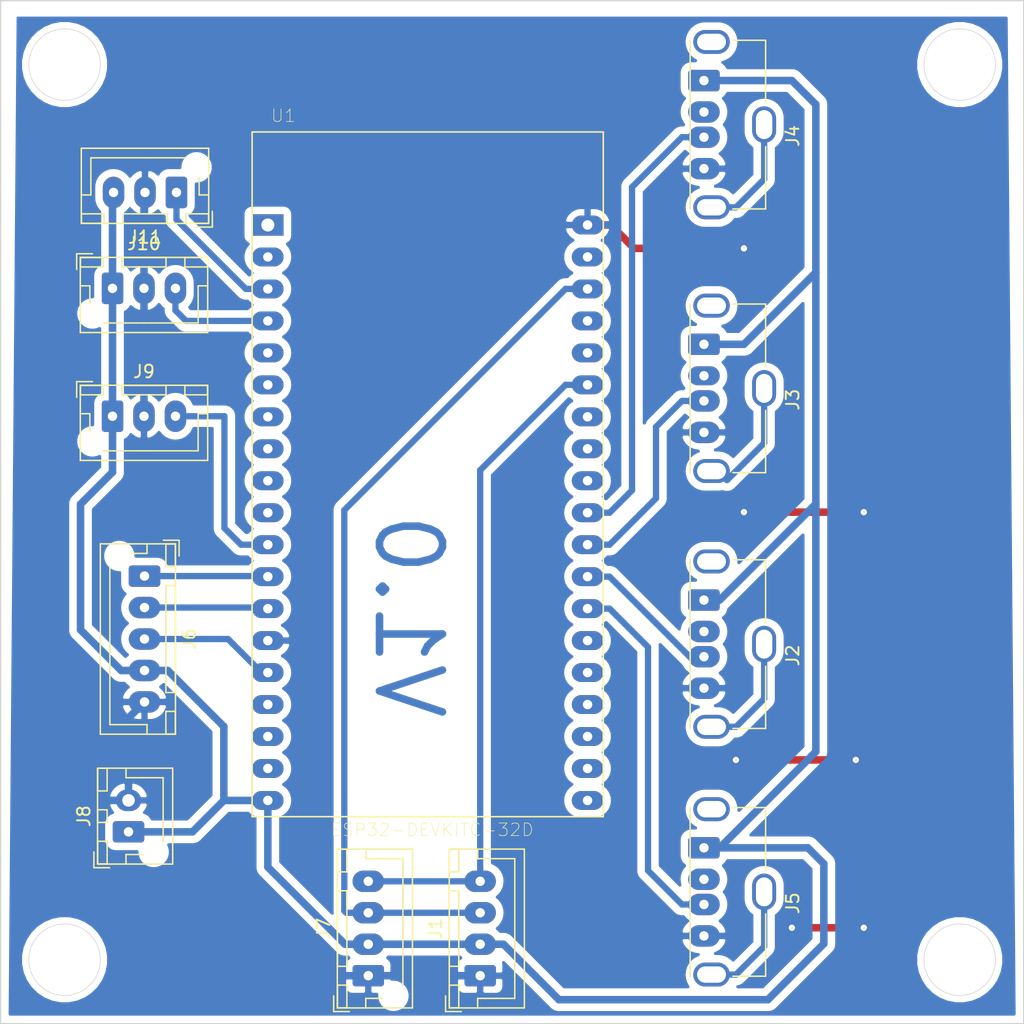
<source format=kicad_pcb>
(kicad_pcb (version 20241229) (generator "pcbnew") (generator_version "9.0")
  (layers (0 "F.Cu" signal) (2 "B.Cu" signal) (13 "F.Paste" user) (15 "B.Paste" user) (5 "F.SilkS" user) (7 "B.SilkS" user) (1 "F.Mask" user) (3 "B.Mask" user) (25 "Edge.Cuts" user))
  (net 0 "")
  (net 1 "GND")
  (net 2 "+5V")
  (net 3 "SCL")
  (net 4 "SDA")
  (net 5 "Net-(J2-Pad5)")
  (net 6 "B_F2")
  (net 7 "Net-(J2-Pad2)")
  (net 8 "Net-(J3-Pad5)")
  (net 9 "B_F3")
  (net 10 "Net-(J3-Pad2)")
  (net 11 "Net-(J4-Pad2)")
  (net 12 "B_BCK")
  (net 13 "Net-(J4-Pad5)")
  (net 14 "Net-(J5-Pad2)")
  (net 15 "B_F1")
  (net 16 "Net-(J5-Pad5)")
  (net 17 "ENC_A")
  (net 18 "ENC_BTN")
  (net 19 "ENC_B")
  (net 20 "LED_PIN")
  (net 21 "SENS_LEFT_PIN")
  (net 22 "SENS_RIGHT_PIN")
  (net 23 "Net-(U1-Pad1)")
  (net 24 "Net-(U1-Pad2)")
  (net 25 "Net-(U1-Pad5)")
  (net 26 "Net-(U1-Pad6)")
  (net 27 "Net-(U1-Pad7)")
  (net 28 "Net-(U1-Pad8)")
  (net 29 "Net-(U1-Pad9)")
  (net 30 "Net-(U1-Pad10)")
  (net 31 "Net-(U1-Pad16)")
  (net 32 "Net-(U1-Pad17)")
  (net 33 "Net-(U1-Pad18)")
  (net 34 "Net-(U1-Pad21)")
  (net 35 "Net-(U1-Pad23)")
  (net 36 "Net-(U1-Pad24)")
  (net 37 "Net-(U1-Pad26)")
  (net 38 "Net-(U1-Pad27)")
  (net 39 "Net-(U1-Pad28)")
  (net 40 "Net-(U1-Pad33)")
  (net 41 "Net-(U1-Pad34)")
  (net 42 "Net-(U1-Pad35)")
  (net 43 "Net-(U1-Pad36)")
  (net 44 "Net-(U1-Pad37)")
  (net 45 "Net-(U1-Pad38)")
  (footprint "Connector_JST:JST_XH_B5B-XH-AM_1x05_P2.50mm_Vertical" (layer "F.Cu") (at 49.53 104.14 -90)
    (property "Reference" "J6" (at 5 -3.55 90) (layer "F.SilkS"))
    (property "Value" "Encoder")
    (fp_line (start -2.56 3.51) (end 12.56 3.51) (stroke (width 0.12)) (layer "F.SilkS"))
    (fp_line (start 12.56 3.51) (end 12.56 -2.46) (stroke (width 0.12)) (layer "F.SilkS"))
    (fp_line (start 5 2.75) (end -0.74 2.75) (stroke (width 0.12)) (layer "F.SilkS"))
    (fp_line (start 11.8 2.75) (end 5 2.75) (stroke (width 0.12)) (layer "F.SilkS"))
    (fp_line (start -2.55 -0.2) (end -1.8 -0.2) (stroke (width 0.12)) (layer "F.SilkS"))
    (fp_line (start -1.8 -0.2) (end -1.8 1.14) (stroke (width 0.12)) (layer "F.SilkS"))
    (fp_line (start 11.8 -0.2) (end 11.8 2.75) (stroke (width 0.12)) (layer "F.SilkS"))
    (fp_line (start 12.55 -0.2) (end 11.8 -0.2) (stroke (width 0.12)) (layer "F.SilkS"))
    (fp_line (start -2.55 -1.7) (end -0.75 -1.7) (stroke (width 0.12)) (layer "F.SilkS"))
    (fp_line (start -0.75 -1.7) (end -0.75 -2.45) (stroke (width 0.12)) (layer "F.SilkS"))
    (fp_line (start 0.75 -1.7) (end 9.25 -1.7) (stroke (width 0.12)) (layer "F.SilkS"))
    (fp_line (start 9.25 -1.7) (end 9.25 -2.45) (stroke (width 0.12)) (layer "F.SilkS"))
    (fp_line (start 10.75 -1.7) (end 12.55 -1.7) (stroke (width 0.12)) (layer "F.SilkS"))
    (fp_line (start 12.55 -1.7) (end 12.55 -2.45) (stroke (width 0.12)) (layer "F.SilkS"))
    (fp_line (start -2.55 -2.45) (end -2.55 -1.7) (stroke (width 0.12)) (layer "F.SilkS"))
    (fp_line (start -0.75 -2.45) (end -2.55 -2.45) (stroke (width 0.12)) (layer "F.SilkS"))
    (fp_line (start 0.75 -2.45) (end 0.75 -1.7) (stroke (width 0.12)) (layer "F.SilkS"))
    (fp_line (start 9.25 -2.45) (end 0.75 -2.45) (stroke (width 0.12)) (layer "F.SilkS"))
    (fp_line (start 10.75 -2.45) (end 10.75 -1.7) (stroke (width 0.12)) (layer "F.SilkS"))
    (fp_line (start 12.55 -2.45) (end 10.75 -2.45) (stroke (width 0.12)) (layer "F.SilkS"))
    (fp_line (start -2.56 -2.46) (end -2.56 3.51) (stroke (width 0.12)) (layer "F.SilkS"))
    (fp_line (start 12.56 -2.46) (end -2.56 -2.46) (stroke (width 0.12)) (layer "F.SilkS"))
    (fp_line (start -2.85 -2.75) (end -2.85 -1.5) (stroke (width 0.12)) (layer "F.SilkS"))
    (fp_line (start -1.6 -2.75) (end -2.85 -2.75) (stroke (width 0.12)) (layer "F.SilkS"))
    (pad "" np_thru_hole circle (at -1.6 2 270) (size 1.2 1.2) (drill 1.2) (layers "*.Cu" "*.Mask"))
    (pad "1" thru_hole roundrect (at 0 0 270) (size 1.7 2.5) (drill 0.75) (layers "*.Cu" "*.Mask") (roundrect_rratio 0.147) (net 17 "ENC_A"))
    (pad "2" thru_hole oval (at 2.5 0 270) (size 1.7 2.5) (drill 0.75) (layers "*.Cu" "*.Mask") (net 18 "ENC_BTN"))
    (pad "3" thru_hole oval (at 5 0 270) (size 1.7 2.5) (drill 0.75) (layers "*.Cu" "*.Mask") (net 19 "ENC_B"))
    (pad "4" thru_hole oval (at 7.5 0 270) (size 1.7 2.5) (drill 0.75) (layers "*.Cu" "*.Mask") (net 2 "+5V"))
    (pad "5" thru_hole oval (at 10 0 270) (size 1.7 2.5) (drill 0.75) (layers "*.Cu" "*.Mask") (net 1 "GND"))
  )
  (footprint "Connector_JST:JST_XH_B2B-XH-AM_1x02_P2.50mm_Vertical" (layer "F.Cu") (at 48.26 124.46 90)
    (property "Reference" "J8" (at 1.25 -3.55 90) (layer "F.SilkS"))
    (property "Value" "PWR")
    (fp_line (start -1.6 -2.75) (end -2.85 -2.75) (stroke (width 0.12)) (layer "F.SilkS"))
    (fp_line (start -2.85 -2.75) (end -2.85 -1.5) (stroke (width 0.12)) (layer "F.SilkS"))
    (fp_line (start 5.06 -2.46) (end -2.56 -2.46) (stroke (width 0.12)) (layer "F.SilkS"))
    (fp_line (start -2.56 -2.46) (end -2.56 3.51) (stroke (width 0.12)) (layer "F.SilkS"))
    (fp_line (start 5.05 -2.45) (end 3.25 -2.45) (stroke (width 0.12)) (layer "F.SilkS"))
    (fp_line (start 3.25 -2.45) (end 3.25 -1.7) (stroke (width 0.12)) (layer "F.SilkS"))
    (fp_line (start 1.75 -2.45) (end 0.75 -2.45) (stroke (width 0.12)) (layer "F.SilkS"))
    (fp_line (start 0.75 -2.45) (end 0.75 -1.7) (stroke (width 0.12)) (layer "F.SilkS"))
    (fp_line (start -0.75 -2.45) (end -2.55 -2.45) (stroke (width 0.12)) (layer "F.SilkS"))
    (fp_line (start -2.55 -2.45) (end -2.55 -1.7) (stroke (width 0.12)) (layer "F.SilkS"))
    (fp_line (start 5.05 -1.7) (end 5.05 -2.45) (stroke (width 0.12)) (layer "F.SilkS"))
    (fp_line (start 3.25 -1.7) (end 5.05 -1.7) (stroke (width 0.12)) (layer "F.SilkS"))
    (fp_line (start 1.75 -1.7) (end 1.75 -2.45) (stroke (width 0.12)) (layer "F.SilkS"))
    (fp_line (start 0.75 -1.7) (end 1.75 -1.7) (stroke (width 0.12)) (layer "F.SilkS"))
    (fp_line (start -0.75 -1.7) (end -0.75 -2.45) (stroke (width 0.12)) (layer "F.SilkS"))
    (fp_line (start -2.55 -1.7) (end -0.75 -1.7) (stroke (width 0.12)) (layer "F.SilkS"))
    (fp_line (start 5.05 -0.2) (end 4.3 -0.2) (stroke (width 0.12)) (layer "F.SilkS"))
    (fp_line (start 4.3 -0.2) (end 4.3 2.75) (stroke (width 0.12)) (layer "F.SilkS"))
    (fp_line (start -1.8 -0.2) (end -1.8 1.14) (stroke (width 0.12)) (layer "F.SilkS"))
    (fp_line (start -2.55 -0.2) (end -1.8 -0.2) (stroke (width 0.12)) (layer "F.SilkS"))
    (fp_line (start 4.3 2.75) (end 1.25 2.75) (stroke (width 0.12)) (layer "F.SilkS"))
    (fp_line (start 1.25 2.75) (end -0.74 2.75) (stroke (width 0.12)) (layer "F.SilkS"))
    (fp_line (start 5.06 3.51) (end 5.06 -2.46) (stroke (width 0.12)) (layer "F.SilkS"))
    (fp_line (start -2.56 3.51) (end 5.06 3.51) (stroke (width 0.12)) (layer "F.SilkS"))
    (pad "" np_thru_hole circle (at -1.6 2 90) (size 1.2 1.2) (drill 1.2) (layers "*.Cu" "*.Mask"))
    (pad "1" thru_hole roundrect (at 0 0 90) (size 1.7 2.5) (drill 0.75) (layers "*.Cu" "*.Mask") (roundrect_rratio 0.147) (net 2 "+5V"))
    (pad "2" thru_hole oval (at 2.5 0 90) (size 1.7 2) (drill 1) (layers "*.Cu" "*.Mask") (net 1 "GND"))
  )
  (footprint "Connector_JST:JST_XH_B3B-XH-AM_1x03_P2.50mm_Vertical" (layer "F.Cu") (at 46.99 91.44)
    (property "Reference" "J9" (at 2.5 -3.55 0) (layer "F.SilkS"))
    (property "Value" "LED")
    (fp_line (start -2.85 -2.75) (end -2.85 -1.5) (stroke (width 0.12)) (layer "F.SilkS"))
    (fp_line (start -2.56 -2.46) (end -2.56 3.51) (stroke (width 0.12)) (layer "F.SilkS"))
    (fp_line (start -2.56 3.51) (end 7.56 3.51) (stroke (width 0.12)) (layer "F.SilkS"))
    (fp_line (start -2.55 -2.45) (end -2.55 -1.7) (stroke (width 0.12)) (layer "F.SilkS"))
    (fp_line (start -2.55 -1.7) (end -0.75 -1.7) (stroke (width 0.12)) (layer "F.SilkS"))
    (fp_line (start -2.55 -0.2) (end -1.8 -0.2) (stroke (width 0.12)) (layer "F.SilkS"))
    (fp_line (start -1.8 -0.2) (end -1.8 1.14) (stroke (width 0.12)) (layer "F.SilkS"))
    (fp_line (start -1.6 -2.75) (end -2.85 -2.75) (stroke (width 0.12)) (layer "F.SilkS"))
    (fp_line (start -0.75 -2.45) (end -2.55 -2.45) (stroke (width 0.12)) (layer "F.SilkS"))
    (fp_line (start -0.75 -1.7) (end -0.75 -2.45) (stroke (width 0.12)) (layer "F.SilkS"))
    (fp_line (start 0.75 -2.45) (end 0.75 -1.7) (stroke (width 0.12)) (layer "F.SilkS"))
    (fp_line (start 0.75 -1.7) (end 4.25 -1.7) (stroke (width 0.12)) (layer "F.SilkS"))
    (fp_line (start 2.5 2.75) (end -0.74 2.75) (stroke (width 0.12)) (layer "F.SilkS"))
    (fp_line (start 4.25 -2.45) (end 0.75 -2.45) (stroke (width 0.12)) (layer "F.SilkS"))
    (fp_line (start 4.25 -1.7) (end 4.25 -2.45) (stroke (width 0.12)) (layer "F.SilkS"))
    (fp_line (start 5.75 -2.45) (end 5.75 -1.7) (stroke (width 0.12)) (layer "F.SilkS"))
    (fp_line (start 5.75 -1.7) (end 7.55 -1.7) (stroke (width 0.12)) (layer "F.SilkS"))
    (fp_line (start 6.8 -0.2) (end 6.8 2.75) (stroke (width 0.12)) (layer "F.SilkS"))
    (fp_line (start 6.8 2.75) (end 2.5 2.75) (stroke (width 0.12)) (layer "F.SilkS"))
    (fp_line (start 7.55 -2.45) (end 5.75 -2.45) (stroke (width 0.12)) (layer "F.SilkS"))
    (fp_line (start 7.55 -1.7) (end 7.55 -2.45) (stroke (width 0.12)) (layer "F.SilkS"))
    (fp_line (start 7.55 -0.2) (end 6.8 -0.2) (stroke (width 0.12)) (layer "F.SilkS"))
    (fp_line (start 7.56 -2.46) (end -2.56 -2.46) (stroke (width 0.12)) (layer "F.SilkS"))
    (fp_line (start 7.56 3.51) (end 7.56 -2.46) (stroke (width 0.12)) (layer "F.SilkS"))
    (pad "" np_thru_hole circle (at -1.6 2) (size 1.2 1.2) (drill 1.2) (layers "*.Cu" "*.Mask"))
    (pad "1" thru_hole roundrect (at 0 0) (size 1.7 2.5) (drill 0.75) (layers "*.Cu" "*.Mask") (roundrect_rratio 0.147) (net 2 "+5V"))
    (pad "2" thru_hole oval (at 2.5 0) (size 1.7 2.5) (drill 0.75) (layers "*.Cu" "*.Mask") (net 1 "GND"))
    (pad "3" thru_hole oval (at 5 0) (size 1.7 2.5) (drill 0.75) (layers "*.Cu" "*.Mask") (net 20 "LED_PIN"))
  )
  (footprint "Connector_JST:JST_XH_B3B-XH-AM_1x03_P2.50mm_Vertical" (layer "F.Cu") (at 46.99 81.28)
    (property "Reference" "J10" (at 2.5 -3.55 0) (layer "F.SilkS"))
    (property "Value" "SENS_LEFT")
    (fp_line (start -2.85 -2.75) (end -2.85 -1.5) (stroke (width 0.12)) (layer "F.SilkS"))
    (fp_line (start -2.56 -2.46) (end -2.56 3.51) (stroke (width 0.12)) (layer "F.SilkS"))
    (fp_line (start -2.56 3.51) (end 7.56 3.51) (stroke (width 0.12)) (layer "F.SilkS"))
    (fp_line (start -2.55 -2.45) (end -2.55 -1.7) (stroke (width 0.12)) (layer "F.SilkS"))
    (fp_line (start -2.55 -1.7) (end -0.75 -1.7) (stroke (width 0.12)) (layer "F.SilkS"))
    (fp_line (start -2.55 -0.2) (end -1.8 -0.2) (stroke (width 0.12)) (layer "F.SilkS"))
    (fp_line (start -1.8 -0.2) (end -1.8 1.14) (stroke (width 0.12)) (layer "F.SilkS"))
    (fp_line (start -1.6 -2.75) (end -2.85 -2.75) (stroke (width 0.12)) (layer "F.SilkS"))
    (fp_line (start -0.75 -2.45) (end -2.55 -2.45) (stroke (width 0.12)) (layer "F.SilkS"))
    (fp_line (start -0.75 -1.7) (end -0.75 -2.45) (stroke (width 0.12)) (layer "F.SilkS"))
    (fp_line (start 0.75 -2.45) (end 0.75 -1.7) (stroke (width 0.12)) (layer "F.SilkS"))
    (fp_line (start 0.75 -1.7) (end 4.25 -1.7) (stroke (width 0.12)) (layer "F.SilkS"))
    (fp_line (start 2.5 2.75) (end -0.74 2.75) (stroke (width 0.12)) (layer "F.SilkS"))
    (fp_line (start 4.25 -2.45) (end 0.75 -2.45) (stroke (width 0.12)) (layer "F.SilkS"))
    (fp_line (start 4.25 -1.7) (end 4.25 -2.45) (stroke (width 0.12)) (layer "F.SilkS"))
    (fp_line (start 5.75 -2.45) (end 5.75 -1.7) (stroke (width 0.12)) (layer "F.SilkS"))
    (fp_line (start 5.75 -1.7) (end 7.55 -1.7) (stroke (width 0.12)) (layer "F.SilkS"))
    (fp_line (start 6.8 -0.2) (end 6.8 2.75) (stroke (width 0.12)) (layer "F.SilkS"))
    (fp_line (start 6.8 2.75) (end 2.5 2.75) (stroke (width 0.12)) (layer "F.SilkS"))
    (fp_line (start 7.55 -2.45) (end 5.75 -2.45) (stroke (width 0.12)) (layer "F.SilkS"))
    (fp_line (start 7.55 -1.7) (end 7.55 -2.45) (stroke (width 0.12)) (layer "F.SilkS"))
    (fp_line (start 7.55 -0.2) (end 6.8 -0.2) (stroke (width 0.12)) (layer "F.SilkS"))
    (fp_line (start 7.56 -2.46) (end -2.56 -2.46) (stroke (width 0.12)) (layer "F.SilkS"))
    (fp_line (start 7.56 3.51) (end 7.56 -2.46) (stroke (width 0.12)) (layer "F.SilkS"))
    (pad "" np_thru_hole circle (at -1.6 2) (size 1.2 1.2) (drill 1.2) (layers "*.Cu" "*.Mask"))
    (pad "1" thru_hole roundrect (at 0 0) (size 1.7 2.5) (drill 0.75) (layers "*.Cu" "*.Mask") (roundrect_rratio 0.147) (net 2 "+5V"))
    (pad "2" thru_hole oval (at 2.5 0) (size 1.7 2.5) (drill 0.75) (layers "*.Cu" "*.Mask") (net 1 "GND"))
    (pad "3" thru_hole oval (at 5 0) (size 1.7 2.5) (drill 0.75) (layers "*.Cu" "*.Mask") (net 21 "SENS_LEFT_PIN"))
  )
  (footprint "ESP32-DEVKITC-32D:MODULE_ESP32-DEVKITC-32D" (layer "F.Cu") (at 72.030001 96.005001)
    (property "Reference" "U1" (at -11.4644 -28.446 0) (layer "F.SilkS") (effects (font (size 1.00039 1.00039) (thickness 0.05))))
    (property "Value" "ESP32-DEVKITC-32D" (at 0.359999 28.2945 0) (layer "F.SilkS") (effects (font (size 1.00105 1.00105) (thickness 0.05))))
    (fp_line (start -13.95 -27.15) (end 13.95 -27.15) (stroke (width 0.127)) (layer "F.SilkS"))
    (fp_line (start -13.95 27.25) (end -13.95 -27.15) (stroke (width 0.127)) (layer "F.SilkS"))
    (fp_line (start 13.95 -27.15) (end 13.95 27.25) (stroke (width 0.127)) (layer "F.SilkS"))
    (fp_line (start 13.95 27.25) (end -13.95 27.25) (stroke (width 0.127)) (layer "F.SilkS"))
    (pad "1" thru_hole rect (at -12.7 -19.76) (size 2.5 1.7) (drill 1.04) (layers "*.Cu" "*.Mask") (net 23 "Net-(U1-Pad1)"))
    (pad "2" thru_hole oval (at -12.7 -17.22) (size 2.5 1.5) (drill 0.75) (layers "*.Cu" "*.Mask") (net 24 "Net-(U1-Pad2)"))
    (pad "3" thru_hole oval (at -12.7 -14.68) (size 2.5 1.5) (drill 0.75) (layers "*.Cu" "*.Mask") (net 22 "SENS_RIGHT_PIN"))
    (pad "4" thru_hole oval (at -12.7 -12.14) (size 2.5 1.5) (drill 0.75) (layers "*.Cu" "*.Mask") (net 21 "SENS_LEFT_PIN"))
    (pad "5" thru_hole oval (at -12.7 -9.6) (size 2.5 1.5) (drill 0.75) (layers "*.Cu" "*.Mask") (net 25 "Net-(U1-Pad5)"))
    (pad "6" thru_hole oval (at -12.7 -7.06) (size 2.5 1.5) (drill 0.75) (layers "*.Cu" "*.Mask") (net 26 "Net-(U1-Pad6)"))
    (pad "7" thru_hole oval (at -12.7 -4.52) (size 2.5 1.5) (drill 0.75) (layers "*.Cu" "*.Mask") (net 27 "Net-(U1-Pad7)"))
    (pad "8" thru_hole oval (at -12.7 -1.98) (size 2.5 1.5) (drill 0.75) (layers "*.Cu" "*.Mask") (net 28 "Net-(U1-Pad8)"))
    (pad "9" thru_hole oval (at -12.7 0.56) (size 2.5 1.5) (drill 0.75) (layers "*.Cu" "*.Mask") (net 29 "Net-(U1-Pad9)"))
    (pad "10" thru_hole oval (at -12.7 3.1) (size 2.5 1.5) (drill 0.75) (layers "*.Cu" "*.Mask") (net 30 "Net-(U1-Pad10)"))
    (pad "11" thru_hole oval (at -12.7 5.64) (size 2.5 1.5) (drill 0.75) (layers "*.Cu" "*.Mask") (net 20 "LED_PIN"))
    (pad "12" thru_hole oval (at -12.7 8.18) (size 2.5 1.5) (drill 0.75) (layers "*.Cu" "*.Mask") (net 17 "ENC_A"))
    (pad "13" thru_hole oval (at -12.7 10.72) (size 2.5 1.5) (drill 0.75) (layers "*.Cu" "*.Mask") (net 18 "ENC_BTN"))
    (pad "14" thru_hole oval (at -12.7 13.26) (size 2.5 1.5) (drill 0.75) (layers "*.Cu" "*.Mask") (net 1 "GND"))
    (pad "15" thru_hole oval (at -12.7 15.8) (size 2.5 1.5) (drill 0.75) (layers "*.Cu" "*.Mask") (net 19 "ENC_B"))
    (pad "16" thru_hole oval (at -12.7 18.34) (size 2.5 1.5) (drill 0.75) (layers "*.Cu" "*.Mask") (net 31 "Net-(U1-Pad16)"))
    (pad "17" thru_hole oval (at -12.7 20.88) (size 2.5 1.5) (drill 0.75) (layers "*.Cu" "*.Mask") (net 32 "Net-(U1-Pad17)"))
    (pad "18" thru_hole oval (at -12.7 23.42) (size 2.5 1.5) (drill 0.75) (layers "*.Cu" "*.Mask") (net 33 "Net-(U1-Pad18)"))
    (pad "19" thru_hole oval (at -12.7 25.96) (size 2.5 1.5) (drill 0.75) (layers "*.Cu" "*.Mask") (net 2 "+5V"))
    (pad "20" thru_hole oval (at 12.7 -19.76) (size 2.5 1.5) (drill 0.75) (layers "*.Cu" "*.Mask") (net 1 "GND"))
    (pad "21" thru_hole oval (at 12.7 -17.22) (size 2.5 1.5) (drill 0.75) (layers "*.Cu" "*.Mask") (net 34 "Net-(U1-Pad21)"))
    (pad "22" thru_hole oval (at 12.7 -14.68) (size 2.5 1.5) (drill 0.75) (layers "*.Cu" "*.Mask") (net 3 "SCL"))
    (pad "23" thru_hole oval (at 12.7 -12.14) (size 2.5 1.5) (drill 0.75) (layers "*.Cu" "*.Mask") (net 35 "Net-(U1-Pad23)"))
    (pad "24" thru_hole oval (at 12.7 -9.6) (size 2.5 1.5) (drill 0.75) (layers "*.Cu" "*.Mask") (net 36 "Net-(U1-Pad24)"))
    (pad "25" thru_hole oval (at 12.7 -7.06) (size 2.5 1.5) (drill 0.75) (layers "*.Cu" "*.Mask") (net 4 "SDA"))
    (pad "26" thru_hole oval (at 12.7 -4.52) (size 2.5 1.5) (drill 0.75) (layers "*.Cu" "*.Mask") (net 37 "Net-(U1-Pad26)"))
    (pad "27" thru_hole oval (at 12.7 -1.98) (size 2.5 1.5) (drill 0.75) (layers "*.Cu" "*.Mask") (net 38 "Net-(U1-Pad27)"))
    (pad "28" thru_hole oval (at 12.7 0.56) (size 2.5 1.5) (drill 0.75) (layers "*.Cu" "*.Mask") (net 39 "Net-(U1-Pad28)"))
    (pad "29" thru_hole oval (at 12.7 3.1) (size 2.5 1.5) (drill 0.75) (layers "*.Cu" "*.Mask") (net 12 "B_BCK"))
    (pad "30" thru_hole oval (at 12.7 5.64) (size 2.5 1.5) (drill 0.75) (layers "*.Cu" "*.Mask") (net 9 "B_F3"))
    (pad "31" thru_hole oval (at 12.7 8.18) (size 2.5 1.5) (drill 0.75) (layers "*.Cu" "*.Mask") (net 6 "B_F2"))
    (pad "32" thru_hole oval (at 12.7 10.72) (size 2.5 1.5) (drill 0.75) (layers "*.Cu" "*.Mask") (net 15 "B_F1"))
    (pad "33" thru_hole oval (at 12.7 13.26) (size 2.5 1.5) (drill 0.75) (layers "*.Cu" "*.Mask") (net 40 "Net-(U1-Pad33)"))
    (pad "34" thru_hole oval (at 12.7 15.8) (size 2.5 1.5) (drill 0.75) (layers "*.Cu" "*.Mask") (net 41 "Net-(U1-Pad34)"))
    (pad "35" thru_hole oval (at 12.7 18.34) (size 2.5 1.5) (drill 0.75) (layers "*.Cu" "*.Mask") (net 42 "Net-(U1-Pad35)"))
    (pad "36" thru_hole oval (at 12.7 20.88) (size 2.5 1.5) (drill 0.75) (layers "*.Cu" "*.Mask") (net 43 "Net-(U1-Pad36)"))
    (pad "37" thru_hole oval (at 12.7 23.42) (size 2.5 1.5) (drill 0.75) (layers "*.Cu" "*.Mask") (net 44 "Net-(U1-Pad37)"))
    (pad "38" thru_hole oval (at 12.7 25.96) (size 2.5 1.5) (drill 0.75) (layers "*.Cu" "*.Mask") (net 45 "Net-(U1-Pad38)"))
  )
  (footprint "Connector_USB:USB_A_Molex_105057_Vertical" (layer "F.Cu") (at 93.98 125.73 -90)
    (property "Reference" "J5" (at 4.4 -7.05 90) (layer "F.SilkS"))
    (property "Value" "BTN_F1")
    (fp_line (start 10.2 1.1) (end -3.2 1.1) (stroke (width 0.12)) (layer "F.SilkS"))
    (fp_line (start -3.2 -4.9) (end -3.2 -2.3) (stroke (width 0.12)) (layer "F.SilkS"))
    (fp_line (start -3.2 -4.9) (end 1.75 -4.9) (stroke (width 0.12)) (layer "F.SilkS"))
    (fp_line (start 10.2 -4.9) (end 10.2 -2.3) (stroke (width 0.12)) (layer "F.SilkS"))
    (fp_line (start 10.2 -4.9) (end 5.25 -4.9) (stroke (width 0.12)) (layer "F.SilkS"))
    (pad "1" thru_hole roundrect (at 0 0 270) (size 1.7 2.5) (drill 0.75) (layers "*.Cu" "*.Mask") (roundrect_rratio 0.147) (net 2 "+5V"))
    (pad "2" thru_hole oval (at 2.5 0 270) (size 1.7 2.5) (drill 0.75) (layers "*.Cu" "*.Mask") (net 14 "Net-(J5-Pad2)"))
    (pad "3" thru_hole oval (at 4.5 0 270) (size 1.7 2.5) (drill 0.75) (layers "*.Cu" "*.Mask") (net 15 "B_F1"))
    (pad "4" thru_hole oval (at 7 0 270) (size 1.7 2.5) (drill 0.75) (layers "*.Cu" "*.Mask") (net 1 "GND"))
    (pad "5" thru_hole oval (at -3.07 -0.6 90) (size 1.9 2.9) (drill oval 1.3 2.3) (layers "*.Cu" "*.Mask") (net 16 "Net-(J5-Pad5)"))
    (pad "5" thru_hole oval (at 3.5 -4.78) (size 1.9 2.9) (drill oval 1.3 2.3) (layers "*.Cu" "*.Mask") (net 16 "Net-(J5-Pad5)"))
    (pad "5" thru_hole oval (at 10.07 -0.6 270) (size 1.9 2.9) (drill oval 1.3 2.3) (layers "*.Cu" "*.Mask") (net 16 "Net-(J5-Pad5)"))
  )
  (footprint "Connector_JST:JST_XH_B3B-XH-AM_1x03_P2.50mm_Vertical" (layer "F.Cu") (at 52.07 73.66 180)
    (property "Reference" "J11" (at 2.5 -3.55 0) (layer "F.SilkS"))
    (property "Value" "SENS_RIGHT")
    (fp_line (start 7.56 3.51) (end 7.56 -2.46) (stroke (width 0.12)) (layer "F.SilkS"))
    (fp_line (start 7.56 -2.46) (end -2.56 -2.46) (stroke (width 0.12)) (layer "F.SilkS"))
    (fp_line (start 7.55 -0.2) (end 6.8 -0.2) (stroke (width 0.12)) (layer "F.SilkS"))
    (fp_line (start 7.55 -1.7) (end 7.55 -2.45) (stroke (width 0.12)) (layer "F.SilkS"))
    (fp_line (start 7.55 -2.45) (end 5.75 -2.45) (stroke (width 0.12)) (layer "F.SilkS"))
    (fp_line (start 6.8 2.75) (end 2.5 2.75) (stroke (width 0.12)) (layer "F.SilkS"))
    (fp_line (start 6.8 -0.2) (end 6.8 2.75) (stroke (width 0.12)) (layer "F.SilkS"))
    (fp_line (start 5.75 -1.7) (end 7.55 -1.7) (stroke (width 0.12)) (layer "F.SilkS"))
    (fp_line (start 5.75 -2.45) (end 5.75 -1.7) (stroke (width 0.12)) (layer "F.SilkS"))
    (fp_line (start 4.25 -1.7) (end 4.25 -2.45) (stroke (width 0.12)) (layer "F.SilkS"))
    (fp_line (start 4.25 -2.45) (end 0.75 -2.45) (stroke (width 0.12)) (layer "F.SilkS"))
    (fp_line (start 2.5 2.75) (end -0.74 2.75) (stroke (width 0.12)) (layer "F.SilkS"))
    (fp_line (start 0.75 -1.7) (end 4.25 -1.7) (stroke (width 0.12)) (layer "F.SilkS"))
    (fp_line (start 0.75 -2.45) (end 0.75 -1.7) (stroke (width 0.12)) (layer "F.SilkS"))
    (fp_line (start -0.75 -1.7) (end -0.75 -2.45) (stroke (width 0.12)) (layer "F.SilkS"))
    (fp_line (start -0.75 -2.45) (end -2.55 -2.45) (stroke (width 0.12)) (layer "F.SilkS"))
    (fp_line (start -1.6 -2.75) (end -2.85 -2.75) (stroke (width 0.12)) (layer "F.SilkS"))
    (fp_line (start -1.8 -0.2) (end -1.8 1.14) (stroke (width 0.12)) (layer "F.SilkS"))
    (fp_line (start -2.55 -0.2) (end -1.8 -0.2) (stroke (width 0.12)) (layer "F.SilkS"))
    (fp_line (start -2.55 -1.7) (end -0.75 -1.7) (stroke (width 0.12)) (layer "F.SilkS"))
    (fp_line (start -2.55 -2.45) (end -2.55 -1.7) (stroke (width 0.12)) (layer "F.SilkS"))
    (fp_line (start -2.56 3.51) (end 7.56 3.51) (stroke (width 0.12)) (layer "F.SilkS"))
    (fp_line (start -2.56 -2.46) (end -2.56 3.51) (stroke (width 0.12)) (layer "F.SilkS"))
    (fp_line (start -2.85 -2.75) (end -2.85 -1.5) (stroke (width 0.12)) (layer "F.SilkS"))
    (pad "" np_thru_hole circle (at -1.6 2 180) (size 1.2 1.2) (drill 1.2) (layers "*.Cu" "*.Mask"))
    (pad "1" thru_hole roundrect (at 0 0 180) (size 1.7 2.5) (drill 0.75) (layers "*.Cu" "*.Mask") (roundrect_rratio 0.147) (net 22 "SENS_RIGHT_PIN"))
    (pad "2" thru_hole oval (at 2.5 0 180) (size 1.7 2.5) (drill 0.75) (layers "*.Cu" "*.Mask") (net 1 "GND"))
    (pad "3" thru_hole oval (at 5 0 180) (size 1.7 2.5) (drill 0.75) (layers "*.Cu" "*.Mask") (net 2 "+5V"))
  )
  (footprint "Connector_JST:JST_XH_B4B-XH-A_1x04_P2.50mm_Vertical" (layer "F.Cu") (at 76.2 135.89 90)
    (property "Reference" "J1" (at 3.75 -3.55 90) (layer "F.SilkS"))
    (property "Value" "MTR_CTRL")
    (fp_line (start -1.6 -2.75) (end -2.85 -2.75) (stroke (width 0.12)) (layer "F.SilkS"))
    (fp_line (start -2.85 -2.75) (end -2.85 -1.5) (stroke (width 0.12)) (layer "F.SilkS"))
    (fp_line (start 10.06 -2.46) (end -2.56 -2.46) (stroke (width 0.12)) (layer "F.SilkS"))
    (fp_line (start -2.56 -2.46) (end -2.56 3.51) (stroke (width 0.12)) (layer "F.SilkS"))
    (fp_line (start 10.05 -2.45) (end 8.25 -2.45) (stroke (width 0.12)) (layer "F.SilkS"))
    (fp_line (start 8.25 -2.45) (end 8.25 -1.7) (stroke (width 0.12)) (layer "F.SilkS"))
    (fp_line (start 6.75 -2.45) (end 0.75 -2.45) (stroke (width 0.12)) (layer "F.SilkS"))
    (fp_line (start 0.75 -2.45) (end 0.75 -1.7) (stroke (width 0.12)) (layer "F.SilkS"))
    (fp_line (start -0.75 -2.45) (end -2.55 -2.45) (stroke (width 0.12)) (layer "F.SilkS"))
    (fp_line (start -2.55 -2.45) (end -2.55 -1.7) (stroke (width 0.12)) (layer "F.SilkS"))
    (fp_line (start 10.05 -1.7) (end 10.05 -2.45) (stroke (width 0.12)) (layer "F.SilkS"))
    (fp_line (start 8.25 -1.7) (end 10.05 -1.7) (stroke (width 0.12)) (layer "F.SilkS"))
    (fp_line (start 6.75 -1.7) (end 6.75 -2.45) (stroke (width 0.12)) (layer "F.SilkS"))
    (fp_line (start 0.75 -1.7) (end 6.75 -1.7) (stroke (width 0.12)) (layer "F.SilkS"))
    (fp_line (start -0.75 -1.7) (end -0.75 -2.45) (stroke (width 0.12)) (layer "F.SilkS"))
    (fp_line (start -2.55 -1.7) (end -0.75 -1.7) (stroke (width 0.12)) (layer "F.SilkS"))
    (fp_line (start 10.05 -0.2) (end 9.3 -0.2) (stroke (width 0.12)) (layer "F.SilkS"))
    (fp_line (start 9.3 -0.2) (end 9.3 2.75) (stroke (width 0.12)) (layer "F.SilkS"))
    (fp_line (start -1.8 -0.2) (end -1.8 2.75) (stroke (width 0.12)) (layer "F.SilkS"))
    (fp_line (start -2.55 -0.2) (end -1.8 -0.2) (stroke (width 0.12)) (layer "F.SilkS"))
    (fp_line (start 9.3 2.75) (end 3.75 2.75) (stroke (width 0.12)) (layer "F.SilkS"))
    (fp_line (start -1.8 2.75) (end 3.75 2.75) (stroke (width 0.12)) (layer "F.SilkS"))
    (fp_line (start 10.06 3.51) (end 10.06 -2.46) (stroke (width 0.12)) (layer "F.SilkS"))
    (fp_line (start -2.56 3.51) (end 10.06 3.51) (stroke (width 0.12)) (layer "F.SilkS"))
    (pad "1" thru_hole roundrect (at 0 0 90) (size 1.7 2.5) (drill 0.75) (layers "*.Cu" "*.Mask") (roundrect_rratio 0.147) (net 1 "GND"))
    (pad "2" thru_hole oval (at 2.5 0 90) (size 1.7 2.5) (drill 0.75) (layers "*.Cu" "*.Mask") (net 2 "+5V"))
    (pad "3" thru_hole oval (at 5 0 90) (size 1.7 2.5) (drill 0.75) (layers "*.Cu" "*.Mask") (net 3 "SCL"))
    (pad "4" thru_hole oval (at 7.5 0 90) (size 1.7 2.5) (drill 0.75) (layers "*.Cu" "*.Mask") (net 4 "SDA"))
  )
  (footprint "Connector_JST:JST_XH_B4B-XH-AM_1x04_P2.50mm_Vertical" (layer "F.Cu") (at 67.31 135.89 90)
    (property "Reference" "J7" (at 3.75 -3.55 90) (layer "F.SilkS"))
    (property "Value" "OLED")
    (fp_line (start -1.6 -2.75) (end -2.85 -2.75) (stroke (width 0.12)) (layer "F.SilkS"))
    (fp_line (start -2.85 -2.75) (end -2.85 -1.5) (stroke (width 0.12)) (layer "F.SilkS"))
    (fp_line (start 10.06 -2.46) (end -2.56 -2.46) (stroke (width 0.12)) (layer "F.SilkS"))
    (fp_line (start -2.56 -2.46) (end -2.56 3.51) (stroke (width 0.12)) (layer "F.SilkS"))
    (fp_line (start 10.05 -2.45) (end 8.25 -2.45) (stroke (width 0.12)) (layer "F.SilkS"))
    (fp_line (start 8.25 -2.45) (end 8.25 -1.7) (stroke (width 0.12)) (layer "F.SilkS"))
    (fp_line (start 6.75 -2.45) (end 0.75 -2.45) (stroke (width 0.12)) (layer "F.SilkS"))
    (fp_line (start 0.75 -2.45) (end 0.75 -1.7) (stroke (width 0.12)) (layer "F.SilkS"))
    (fp_line (start -0.75 -2.45) (end -2.55 -2.45) (stroke (width 0.12)) (layer "F.SilkS"))
    (fp_line (start -2.55 -2.45) (end -2.55 -1.7) (stroke (width 0.12)) (layer "F.SilkS"))
    (fp_line (start 10.05 -1.7) (end 10.05 -2.45) (stroke (width 0.12)) (layer "F.SilkS"))
    (fp_line (start 8.25 -1.7) (end 10.05 -1.7) (stroke (width 0.12)) (layer "F.SilkS"))
    (fp_line (start 6.75 -1.7) (end 6.75 -2.45) (stroke (width 0.12)) (layer "F.SilkS"))
    (fp_line (start 0.75 -1.7) (end 6.75 -1.7) (stroke (width 0.12)) (layer "F.SilkS"))
    (fp_line (start -0.75 -1.7) (end -0.75 -2.45) (stroke (width 0.12)) (layer "F.SilkS"))
    (fp_line (start -2.55 -1.7) (end -0.75 -1.7) (stroke (width 0.12)) (layer "F.SilkS"))
    (fp_line (start 10.05 -0.2) (end 9.3 -0.2) (stroke (width 0.12)) (layer "F.SilkS"))
    (fp_line (start 9.3 -0.2) (end 9.3 2.75) (stroke (width 0.12)) (layer "F.SilkS"))
    (fp_line (start -1.8 -0.2) (end -1.8 1.14) (stroke (width 0.12)) (layer "F.SilkS"))
    (fp_line (start -2.55 -0.2) (end -1.8 -0.2) (stroke (width 0.12)) (layer "F.SilkS"))
    (fp_line (start 9.3 2.75) (end 3.75 2.75) (stroke (width 0.12)) (layer "F.SilkS"))
    (fp_line (start 3.75 2.75) (end -0.74 2.75) (stroke (width 0.12)) (layer "F.SilkS"))
    (fp_line (start 10.06 3.51) (end 10.06 -2.46) (stroke (width 0.12)) (layer "F.SilkS"))
    (fp_line (start -2.56 3.51) (end 10.06 3.51) (stroke (width 0.12)) (layer "F.SilkS"))
    (pad "" np_thru_hole circle (at -1.6 2 90) (size 1.2 1.2) (drill 1.2) (layers "*.Cu" "*.Mask"))
    (pad "1" thru_hole roundrect (at 0 0 90) (size 1.7 2.5) (drill 0.75) (layers "*.Cu" "*.Mask") (roundrect_rratio 0.147) (net 1 "GND"))
    (pad "2" thru_hole oval (at 2.5 0 90) (size 1.7 2.5) (drill 0.75) (layers "*.Cu" "*.Mask") (net 2 "+5V"))
    (pad "3" thru_hole oval (at 5 0 90) (size 1.7 2.5) (drill 0.75) (layers "*.Cu" "*.Mask") (net 3 "SCL"))
    (pad "4" thru_hole oval (at 7.5 0 90) (size 1.7 2.5) (drill 0.75) (layers "*.Cu" "*.Mask") (net 4 "SDA"))
  )
  (footprint "Connector_USB:USB_A_Molex_105057_Vertical" (layer "F.Cu") (at 93.98 106.045 -90)
    (property "Reference" "J2" (at 4.4 -7.05 90) (layer "F.SilkS"))
    (property "Value" "BTN_F2")
    (fp_line (start 10.2 1.1) (end -3.2 1.1) (stroke (width 0.12)) (layer "F.SilkS"))
    (fp_line (start -3.2 -4.9) (end -3.2 -2.3) (stroke (width 0.12)) (layer "F.SilkS"))
    (fp_line (start -3.2 -4.9) (end 1.75 -4.9) (stroke (width 0.12)) (layer "F.SilkS"))
    (fp_line (start 10.2 -4.9) (end 10.2 -2.3) (stroke (width 0.12)) (layer "F.SilkS"))
    (fp_line (start 10.2 -4.9) (end 5.25 -4.9) (stroke (width 0.12)) (layer "F.SilkS"))
    (pad "1" thru_hole roundrect (at 0 0 270) (size 1.7 2.5) (drill 0.75) (layers "*.Cu" "*.Mask") (roundrect_rratio 0.147) (net 2 "+5V"))
    (pad "2" thru_hole oval (at 2.5 0 270) (size 1.7 2.5) (drill 0.75) (layers "*.Cu" "*.Mask") (net 7 "Net-(J2-Pad2)"))
    (pad "3" thru_hole oval (at 4.5 0 270) (size 1.7 2.5) (drill 0.75) (layers "*.Cu" "*.Mask") (net 6 "B_F2"))
    (pad "4" thru_hole oval (at 7 0 270) (size 1.7 2.5) (drill 0.75) (layers "*.Cu" "*.Mask") (net 1 "GND"))
    (pad "5" thru_hole oval (at -3.07 -0.6 90) (size 1.9 2.9) (drill oval 1.3 2.3) (layers "*.Cu" "*.Mask") (net 5 "Net-(J2-Pad5)"))
    (pad "5" thru_hole oval (at 3.5 -4.78) (size 1.9 2.9) (drill oval 1.3 2.3) (layers "*.Cu" "*.Mask") (net 5 "Net-(J2-Pad5)"))
    (pad "5" thru_hole oval (at 10.07 -0.6 270) (size 1.9 2.9) (drill oval 1.3 2.3) (layers "*.Cu" "*.Mask") (net 5 "Net-(J2-Pad5)"))
  )
  (footprint "Connector_USB:USB_A_Molex_105057_Vertical" (layer "F.Cu") (at 93.98 64.77 -90)
    (property "Reference" "J4" (at 4.4 -7.05 90) (layer "F.SilkS"))
    (property "Value" "BTN_BCK")
    (fp_line (start 10.2 1.1) (end -3.2 1.1) (stroke (width 0.12)) (layer "F.SilkS"))
    (fp_line (start -3.2 -4.9) (end -3.2 -2.3) (stroke (width 0.12)) (layer "F.SilkS"))
    (fp_line (start -3.2 -4.9) (end 1.75 -4.9) (stroke (width 0.12)) (layer "F.SilkS"))
    (fp_line (start 10.2 -4.9) (end 10.2 -2.3) (stroke (width 0.12)) (layer "F.SilkS"))
    (fp_line (start 10.2 -4.9) (end 5.25 -4.9) (stroke (width 0.12)) (layer "F.SilkS"))
    (pad "1" thru_hole roundrect (at 0 0 270) (size 1.7 2.5) (drill 0.75) (layers "*.Cu" "*.Mask") (roundrect_rratio 0.147) (net 2 "+5V"))
    (pad "2" thru_hole oval (at 2.5 0 270) (size 1.7 2.5) (drill 0.75) (layers "*.Cu" "*.Mask") (net 11 "Net-(J4-Pad2)"))
    (pad "3" thru_hole oval (at 4.5 0 270) (size 1.7 2.5) (drill 0.75) (layers "*.Cu" "*.Mask") (net 12 "B_BCK"))
    (pad "4" thru_hole oval (at 7 0 270) (size 1.7 2.5) (drill 0.75) (layers "*.Cu" "*.Mask") (net 1 "GND"))
    (pad "5" thru_hole oval (at -3.07 -0.6 90) (size 1.9 2.9) (drill oval 1.3 2.3) (layers "*.Cu" "*.Mask") (net 13 "Net-(J4-Pad5)"))
    (pad "5" thru_hole oval (at 3.5 -4.78) (size 1.9 2.9) (drill oval 1.3 2.3) (layers "*.Cu" "*.Mask") (net 13 "Net-(J4-Pad5)"))
    (pad "5" thru_hole oval (at 10.07 -0.6 270) (size 1.9 2.9) (drill oval 1.3 2.3) (layers "*.Cu" "*.Mask") (net 13 "Net-(J4-Pad5)"))
  )
  (footprint "Connector_USB:USB_A_Molex_105057_Vertical" (layer "F.Cu") (at 93.98 85.725 -90)
    (property "Reference" "J3" (at 4.4 -7.05 90) (layer "F.SilkS"))
    (property "Value" "BTN_F3")
    (fp_line (start 10.2 1.1) (end -3.2 1.1) (stroke (width 0.12)) (layer "F.SilkS"))
    (fp_line (start -3.2 -4.9) (end -3.2 -2.3) (stroke (width 0.12)) (layer "F.SilkS"))
    (fp_line (start -3.2 -4.9) (end 1.75 -4.9) (stroke (width 0.12)) (layer "F.SilkS"))
    (fp_line (start 10.2 -4.9) (end 10.2 -2.3) (stroke (width 0.12)) (layer "F.SilkS"))
    (fp_line (start 10.2 -4.9) (end 5.25 -4.9) (stroke (width 0.12)) (layer "F.SilkS"))
    (pad "1" thru_hole roundrect (at 0 0 270) (size 1.7 2.5) (drill 0.75) (layers "*.Cu" "*.Mask") (roundrect_rratio 0.147) (net 2 "+5V"))
    (pad "2" thru_hole oval (at 2.5 0 270) (size 1.5 2.5) (drill 0.75) (layers "*.Cu" "*.Mask") (net 10 "Net-(J3-Pad2)"))
    (pad "3" thru_hole oval (at 4.5 0 270) (size 1.7 2.5) (drill 0.75) (layers "*.Cu" "*.Mask") (net 9 "B_F3"))
    (pad "4" thru_hole oval (at 7 0 270) (size 1.7 2.5) (drill 0.75) (layers "*.Cu" "*.Mask") (net 1 "GND"))
    (pad "5" thru_hole oval (at -3.07 -0.6 90) (size 1.9 2.9) (drill oval 1.3 2.3) (layers "*.Cu" "*.Mask") (net 8 "Net-(J3-Pad5)"))
    (pad "5" thru_hole oval (at 3.5 -4.78) (size 1.9 2.9) (drill oval 1.3 2.3) (layers "*.Cu" "*.Mask") (net 8 "Net-(J3-Pad5)"))
    (pad "5" thru_hole oval (at 10.07 -0.6 270) (size 1.9 2.9) (drill oval 1.3 2.3) (layers "*.Cu" "*.Mask") (net 8 "Net-(J3-Pad5)"))
  )
  (gr_line (start 38.1 58.42) (end 119.38 58.42) (stroke (width 0.1)) (layer "Edge.Cuts"))
  (gr_line (start 38.1 139.7) (end 38.1 58.42) (stroke (width 0.1)) (layer "Edge.Cuts"))
  (gr_line (start 119.38 58.42) (end 119.38 139.7) (stroke (width 0.1)) (layer "Edge.Cuts"))
  (gr_circle (center 114.3 134.62) (end 115.57 137.16) (stroke (width 0.05)) (fill no) (layer "Edge.Cuts"))
  (gr_circle (center 114.3 63.5) (end 115.57 60.96) (stroke (width 0.05)) (fill no) (layer "Edge.Cuts"))
  (gr_circle (center 43.18 134.62) (end 45.72 135.89) (stroke (width 0.05)) (fill no) (layer "Edge.Cuts"))
  (gr_line (start 119.38 139.7) (end 38.1 139.7) (stroke (width 0.1)) (layer "Edge.Cuts"))
  (gr_circle (center 43.18 63.5) (end 41.91 60.96) (stroke (width 0.05)) (fill no) (layer "Edge.Cuts"))
  (gr_text "BattlePoint\nPayload\nV1.0" (at 71.755 72.39 0) (layer "F.Cu") (effects (font (size 5 4) (thickness 0.3))))
  (gr_text "V1.0" (at 70.485 107.315 270) (layer "B.Cu") (effects (font (size 5 5) (thickness 0.6)) (justify mirror)))
  (gr_text "BattlePoint\nPayload  v1" (at 73.025 65.405 0) (layer "B.Cu") (effects (font (size 3 2) (thickness 0.3)) (justify mirror)))
  (segment (start 96.52 118.745) (end 106.045 118.745) (width 0.6) (layer "F.Cu") (net 1))
  (segment (start 84.730001 76.245001) (end 86.580001 76.245001) (width 0.6) (layer "F.Cu") (net 1))
  (segment (start 97.155 99.06) (end 106.68 99.06) (width 0.6) (layer "F.Cu") (net 1))
  (segment (start 86.580001 76.245001) (end 88.44 78.105) (width 0.6) (layer "F.Cu") (net 1))
  (segment (start 100.965 132.08) (end 106.68 132.08) (width 0.6) (layer "F.Cu") (net 1))
  (segment (start 88.44 78.105) (end 97.155 78.105) (width 0.6) (layer "F.Cu") (net 1))
  (via (at 106.68 132.08) (size 0.8) (drill 0.5) (layers "F.Cu" "B.Cu") (net 1))
  (via (at 96.52 118.745) (size 0.8) (drill 0.5) (layers "F.Cu" "B.Cu") (net 1))
  (via (at 100.965 132.08) (size 0.8) (drill 0.5) (layers "F.Cu" "B.Cu") (net 1))
  (via (at 97.155 78.105) (size 0.8) (drill 0.5) (layers "F.Cu" "B.Cu") (net 1))
  (via (at 106.045 118.745) (size 0.8) (drill 0.5) (layers "F.Cu" "B.Cu") (net 1))
  (via (at 97.155 99.06) (size 0.8) (drill 0.5) (layers "F.Cu" "B.Cu") (net 1))
  (via (at 106.68 99.06) (size 0.8) (drill 0.5) (layers "F.Cu" "B.Cu") (net 1))
  (segment (start 44.45 122) (end 44.45 123.87642) (width 0.6) (layer "B.Cu") (net 1))
  (segment (start 48.26 115.41) (end 49.53 114.14) (width 0.6) (layer "B.Cu") (net 1))
  (segment (start 67.31 135.89) (end 76.2 135.89) (width 0.6) (layer "B.Cu") (net 1))
  (segment (start 56.46358 135.89) (end 67.31 135.89) (width 0.6) (layer "B.Cu") (net 1))
  (segment (start 48.26 121.96) (end 44.49 121.96) (width 0.6) (layer "B.Cu") (net 1))
  (segment (start 44.49 121.96) (end 44.45 122) (width 0.6) (layer "B.Cu") (net 1))
  (segment (start 49.49 73.74) (end 49.57 73.66) (width 0.6) (layer "B.Cu") (net 1))
  (segment (start 49.49 81.28) (end 49.49 91.44) (width 0.6) (layer "B.Cu") (net 1))
  (segment (start 44.45 123.87642) (end 56.46358 135.89) (width 0.6) (layer "B.Cu") (net 1))
  (segment (start 49.49 81.28) (end 49.49 73.74) (width 0.6) (layer "B.Cu") (net 1))
  (segment (start 48.26 121.96) (end 48.26 115.41) (width 0.6) (layer "B.Cu") (net 1))
  (segment (start 102.87 80.01) (end 97.155 85.725) (width 0.6) (layer "B.Cu") (net 2))
  (segment (start 102.87 66.675) (end 102.87 80.01) (width 0.6) (layer "B.Cu") (net 2))
  (segment (start 44.45 98.425) (end 44.45 108.41) (width 0.6) (layer "B.Cu") (net 2))
  (segment (start 95.23 106.045) (end 93.98 106.045) (width 0.6) (layer "B.Cu") (net 2))
  (segment (start 55.834999 116.094999) (end 55.834999 121.965001) (width 0.6) (layer "B.Cu") (net 2))
  (segment (start 100.965 64.77) (end 102.87 66.675) (width 0.6) (layer "B.Cu") (net 2))
  (segment (start 93.98 125.73) (end 95.23 125.73) (width 0.6) (layer "B.Cu") (net 2))
  (segment (start 48.26 124.46) (end 53.34 124.46) (width 0.6) (layer "B.Cu") (net 2))
  (segment (start 102.87 80.01) (end 102.87 98.405) (width 0.6) (layer "B.Cu") (net 2))
  (segment (start 78.05 133.39) (end 76.2 133.39) (width 0.6) (layer "B.Cu") (net 2))
  (segment (start 102.87 118.09) (end 102.87 98.405) (width 0.6) (layer "B.Cu") (net 2))
  (segment (start 102.87 98.405) (end 95.23 106.045) (width 0.6) (layer "B.Cu") (net 2))
  (segment (start 49.53 111.64) (end 51.38 111.64) (width 0.6) (layer "B.Cu") (net 2))
  (segment (start 93.98 125.73) (end 102.235 125.73) (width 0.6) (layer "B.Cu") (net 2))
  (segment (start 59.330001 121.965001) (end 59.330001 127.260001) (width 0.6) (layer "B.Cu") (net 2))
  (segment (start 102.235 125.73) (end 103.505 127) (width 0.6) (layer "B.Cu") (net 2))
  (segment (start 103.505 127) (end 103.505 133.35) (width 0.6) (layer "B.Cu") (net 2))
  (segment (start 59.330001 127.260001) (end 65.46 133.39) (width 0.6) (layer "B.Cu") (net 2))
  (segment (start 51.38 111.64) (end 55.834999 116.094999) (width 0.6) (layer "B.Cu") (net 2))
  (segment (start 99.06 137.795) (end 82.455 137.795) (width 0.6) (layer "B.Cu") (net 2))
  (segment (start 65.46 133.39) (end 67.31 133.39) (width 0.6) (layer "B.Cu") (net 2))
  (segment (start 55.834999 121.965001) (end 59.330001 121.965001) (width 0.6) (layer "B.Cu") (net 2))
  (segment (start 46.99 91.44) (end 46.99 95.885) (width 0.6) (layer "B.Cu") (net 2))
  (segment (start 44.45 108.41) (end 47.68 111.64) (width 0.6) (layer "B.Cu") (net 2))
  (segment (start 46.99 95.885) (end 44.45 98.425) (width 0.6) (layer "B.Cu") (net 2))
  (segment (start 47.68 111.64) (end 49.53 111.64) (width 0.6) (layer "B.Cu") (net 2))
  (segment (start 82.455 137.795) (end 78.05 133.39) (width 0.6) (layer "B.Cu") (net 2))
  (segment (start 76.2 133.39) (end 67.31 133.39) (width 0.6) (layer "B.Cu") (net 2))
  (segment (start 46.99 81.28) (end 46.99 73.74) (width 0.6) (layer "B.Cu") (net 2))
  (segment (start 46.99 73.74) (end 47.07 73.66) (width 0.6) (layer "B.Cu") (net 2))
  (segment (start 97.155 85.725) (end 93.98 85.725) (width 0.6) (layer "B.Cu") (net 2))
  (segment (start 53.34 124.46) (end 55.834999 121.965001) (width 0.6) (layer "B.Cu") (net 2))
  (segment (start 103.505 133.35) (end 99.06 137.795) (width 0.6) (layer "B.Cu") (net 2))
  (segment (start 93.98 64.77) (end 100.965 64.77) (width 0.6) (layer "B.Cu") (net 2))
  (segment (start 46.99 81.28) (end 46.99 91.44) (width 0.6) (layer "B.Cu") (net 2))
  (segment (start 95.23 125.73) (end 102.87 118.09) (width 0.6) (layer "B.Cu") (net 2))
  (segment (start 65.405 130.735) (end 65.405 98.900002) (width 0.5) (layer "B.Cu") (net 3))
  (segment (start 67.31 130.89) (end 76.2 130.89) (width 0.5) (layer "B.Cu") (net 3))
  (segment (start 65.56 130.89) (end 65.405 130.735) (width 0.5) (layer "B.Cu") (net 3))
  (segment (start 65.405 98.900002) (end 82.980001 81.325001) (width 0.5) (layer "B.Cu") (net 3))
  (segment (start 67.31 130.89) (end 65.56 130.89) (width 0.5) (layer "B.Cu") (net 3))
  (segment (start 82.980001 81.325001) (end 84.730001 81.325001) (width 0.5) (layer "B.Cu") (net 3))
  (segment (start 67.31 128.39) (end 76.2 128.39) (width 0.5) (layer "B.Cu") (net 4))
  (segment (start 76.2 128.39) (end 76.2 95.725002) (width 0.5) (layer "B.Cu") (net 4))
  (segment (start 82.980001 88.945001) (end 84.730001 88.945001) (width 0.5) (layer "B.Cu") (net 4))
  (segment (start 76.2 95.725002) (end 82.980001 88.945001) (width 0.5) (layer "B.Cu") (net 4))
  (segment (start 98.76 109.545) (end 98.76 113.885) (width 0.5) (layer "B.Cu") (net 5))
  (segment (start 98.76 113.885) (end 96.53 116.115) (width 0.5) (layer "B.Cu") (net 5))
  (segment (start 96.53 116.115) (end 94.58 116.115) (width 0.5) (layer "B.Cu") (net 5))
  (segment (start 86.480001 104.185001) (end 92.84 110.545) (width 0.5) (layer "B.Cu") (net 6))
  (segment (start 92.84 110.545) (end 93.98 110.545) (width 0.5) (layer "B.Cu") (net 6))
  (segment (start 84.730001 104.185001) (end 86.480001 104.185001) (width 0.5) (layer "B.Cu") (net 6))
  (segment (start 98.76 93.565) (end 95.805 96.52) (width 0.5) (layer "B.Cu") (net 8))
  (segment (start 98.76 89.225) (end 98.76 93.565) (width 0.5) (layer "B.Cu") (net 8))
  (segment (start 86.480001 101.645001) (end 90.17 97.955002) (width 0.5) (layer "B.Cu") (net 9))
  (segment (start 90.17 97.955002) (end 90.17 92.285) (width 0.5) (layer "B.Cu") (net 9))
  (segment (start 84.730001 101.645001) (end 86.480001 101.645001) (width 0.5) (layer "B.Cu") (net 9))
  (segment (start 90.17 92.285) (end 92.23 90.225) (width 0.5) (layer "B.Cu") (net 9))
  (segment (start 92.23 90.225) (end 93.98 90.225) (width 0.5) (layer "B.Cu") (net 9))
  (segment (start 88.265 97.320002) (end 88.265 73.235) (width 0.5) (layer "B.Cu") (net 12))
  (segment (start 92.23 69.27) (end 93.98 69.27) (width 0.5) (layer "B.Cu") (net 12))
  (segment (start 84.730001 99.105001) (end 86.480001 99.105001) (width 0.5) (layer "B.Cu") (net 12))
  (segment (start 88.265 73.235) (end 92.23 69.27) (width 0.5) (layer "B.Cu") (net 12))
  (segment (start 86.480001 99.105001) (end 88.265 97.320002) (width 0.5) (layer "B.Cu") (net 12))
  (segment (start 98.76 72.61) (end 96.53 74.84) (width 0.5) (layer "B.Cu") (net 13))
  (segment (start 98.76 68.27) (end 98.76 72.61) (width 0.5) (layer "B.Cu") (net 13))
  (segment (start 96.53 74.84) (end 94.58 74.84) (width 0.5) (layer "B.Cu") (net 13))
  (segment (start 89.535 109.78) (end 89.535 127.535) (width 0.5) (layer "B.Cu") (net 15))
  (segment (start 89.535 127.535) (end 92.23 130.23) (width 0.5) (layer "B.Cu") (net 15))
  (segment (start 84.730001 106.725001) (end 86.480001 106.725001) (width 0.5) (layer "B.Cu") (net 15))
  (segment (start 86.480001 106.725001) (end 89.535 109.78) (width 0.5) (layer "B.Cu") (net 15))
  (segment (start 92.23 130.23) (end 93.98 130.23) (width 0.5) (layer "B.Cu") (net 15))
  (segment (start 98.76 133.57) (end 96.53 135.8) (width 0.5) (layer "B.Cu") (net 16))
  (segment (start 98.76 129.23) (end 98.76 133.57) (width 0.5) (layer "B.Cu") (net 16))
  (segment (start 96.53 135.8) (end 94.58 135.8) (width 0.5) (layer "B.Cu") (net 16))
  (segment (start 59.285 104.14) (end 59.330001 104.185001) (width 0.5) (layer "B.Cu") (net 17))
  (segment (start 49.53 104.14) (end 59.285 104.14) (width 0.5) (layer "B.Cu") (net 17))
  (segment (start 59.245 106.64) (end 59.330001 106.725001) (width 0.5) (layer "B.Cu") (net 18))
  (segment (start 49.53 106.64) (end 59.245 106.64) (width 0.5) (layer "B.Cu") (net 18))
  (segment (start 49.53 109.14) (end 56.165 109.14) (width 0.5) (layer "B.Cu") (net 19))
  (segment (start 58.830001 111.805001) (end 59.330001 111.805001) (width 0.5) (layer "B.Cu") (net 19))
  (segment (start 56.165 109.14) (end 58.830001 111.805001) (width 0.5) (layer "B.Cu") (net 19))
  (segment (start 55.88 91.44) (end 55.88 100.33) (width 0.5) (layer "B.Cu") (net 20))
  (segment (start 57.195001 101.645001) (end 59.330001 101.645001) (width 0.5) (layer "B.Cu") (net 20))
  (segment (start 51.99 91.44) (end 55.88 91.44) (width 0.5) (layer "B.Cu") (net 20))
  (segment (start 55.88 100.33) (end 57.195001 101.645001) (width 0.5) (layer "B.Cu") (net 20))
  (segment (start 51.99 81.28) (end 51.99 83.03) (width 0.5) (layer "B.Cu") (net 21))
  (segment (start 57.580001 83.865001) (end 59.330001 83.865001) (width 0.5) (layer "B.Cu") (net 21))
  (segment (start 51.99 83.03) (end 52.825001 83.865001) (width 0.5) (layer "B.Cu") (net 21))
  (segment (start 52.825001 83.865001) (end 57.580001 83.865001) (width 0.5) (layer "B.Cu") (net 21))
  (segment (start 57.580001 81.325001) (end 59.330001 81.325001) (width 0.5) (layer "B.Cu") (net 22))
  (segment (start 52.07 75.815) (end 57.580001 81.325001) (width 0.5) (layer "B.Cu") (net 22))
  (segment (start 52.07 73.66) (end 52.07 75.815) (width 0.5) (layer "B.Cu") (net 22))
  (zone (net 1) (net_name "GND") (layer "B.Cu") (connect_pads (clearance 0.508)) (min_thickness 0.254) (fill yes (thermal_gap 0.508) (thermal_bridge_width 0.508))
    (polygon (pts (xy 118.745 139.065) (xy 38.735 139.065) (xy 39.37 59.69) (xy 118.11 59.69)))
  )
)
</source>
